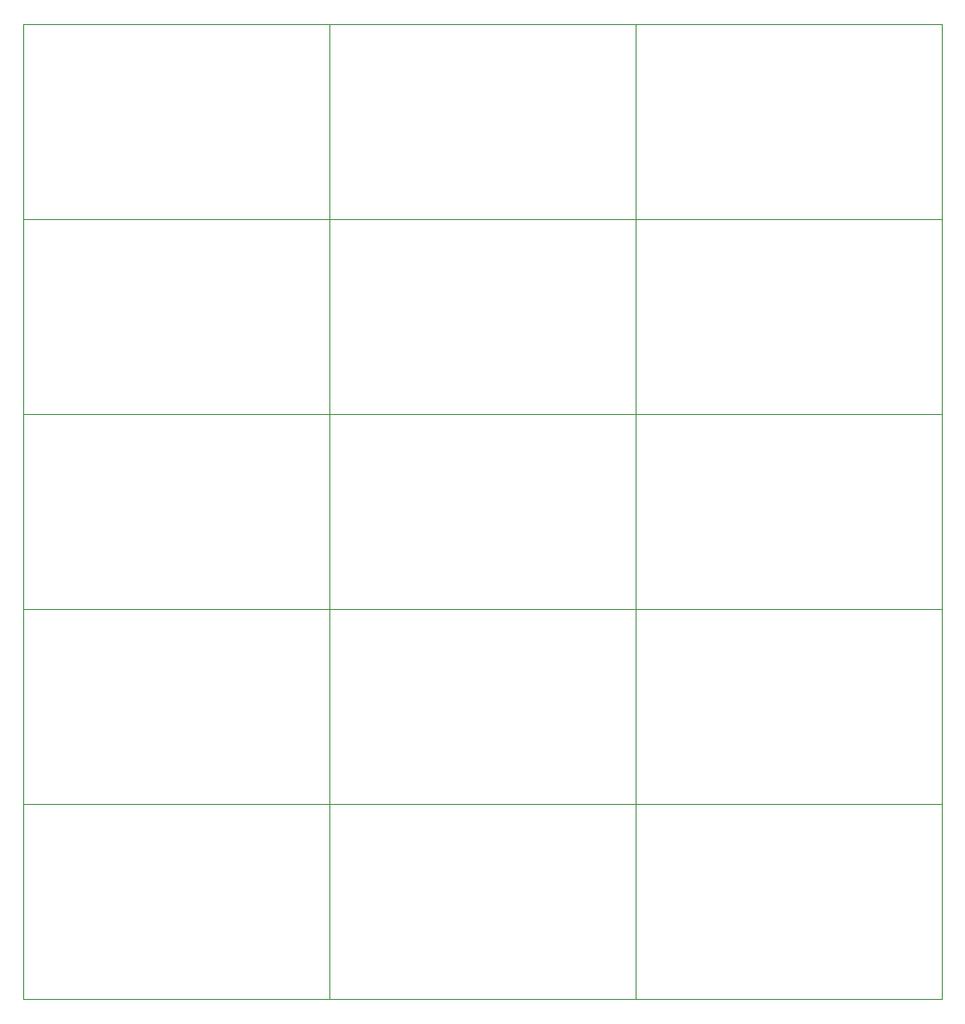
<source format=gbr>
G04 #@! TF.GenerationSoftware,KiCad,Pcbnew,5.1.5-52549c5~86~ubuntu18.04.1*
G04 #@! TF.CreationDate,2020-09-25T18:23:52-05:00*
G04 #@! TF.ProjectId,,58585858-5858-4585-9858-585858585858,rev?*
G04 #@! TF.SameCoordinates,Original*
G04 #@! TF.FileFunction,Profile,NP*
%FSLAX46Y46*%
G04 Gerber Fmt 4.6, Leading zero omitted, Abs format (unit mm)*
G04 Created by KiCad (PCBNEW 5.1.5-52549c5~86~ubuntu18.04.1) date 2020-09-25 18:23:52*
%MOMM*%
%LPD*%
G04 APERTURE LIST*
%ADD10C,0.050000*%
G04 APERTURE END LIST*
D10*
X176260800Y-141234200D02*
X176260800Y-159014200D01*
X148320800Y-141234200D02*
X148320800Y-159014200D01*
X120380800Y-141234200D02*
X120380800Y-159014200D01*
X176260800Y-123454200D02*
X176260800Y-141234200D01*
X148320800Y-123454200D02*
X148320800Y-141234200D01*
X120380800Y-123454200D02*
X120380800Y-141234200D01*
X176260800Y-105674200D02*
X176260800Y-123454200D01*
X148320800Y-105674200D02*
X148320800Y-123454200D01*
X120380800Y-105674200D02*
X120380800Y-123454200D01*
X176260800Y-87894200D02*
X176260800Y-105674200D01*
X148320800Y-87894200D02*
X148320800Y-105674200D01*
X120380800Y-87894200D02*
X120380800Y-105674200D01*
X176260800Y-70114200D02*
X176260800Y-87894200D01*
X148320800Y-70114200D02*
X148320800Y-87894200D01*
X148320800Y-141234200D02*
X176260800Y-141234200D01*
X120380800Y-141234200D02*
X148320800Y-141234200D01*
X92440800Y-141234200D02*
X120380800Y-141234200D01*
X148320800Y-123454200D02*
X176260800Y-123454200D01*
X120380800Y-123454200D02*
X148320800Y-123454200D01*
X92440800Y-123454200D02*
X120380800Y-123454200D01*
X148320800Y-105674200D02*
X176260800Y-105674200D01*
X120380800Y-105674200D02*
X148320800Y-105674200D01*
X92440800Y-105674200D02*
X120380800Y-105674200D01*
X148320800Y-87894200D02*
X176260800Y-87894200D01*
X120380800Y-87894200D02*
X148320800Y-87894200D01*
X92440800Y-87894200D02*
X120380800Y-87894200D01*
X148320800Y-70114200D02*
X176260800Y-70114200D01*
X120380800Y-70114200D02*
X148320800Y-70114200D01*
X148320800Y-159014200D02*
X176260800Y-159014200D01*
X120380800Y-159014200D02*
X148320800Y-159014200D01*
X92440800Y-159014200D02*
X120380800Y-159014200D01*
X148320800Y-141234200D02*
X176260800Y-141234200D01*
X120380800Y-141234200D02*
X148320800Y-141234200D01*
X92440800Y-141234200D02*
X120380800Y-141234200D01*
X148320800Y-123454200D02*
X176260800Y-123454200D01*
X120380800Y-123454200D02*
X148320800Y-123454200D01*
X92440800Y-123454200D02*
X120380800Y-123454200D01*
X148320800Y-105674200D02*
X176260800Y-105674200D01*
X120380800Y-105674200D02*
X148320800Y-105674200D01*
X92440800Y-105674200D02*
X120380800Y-105674200D01*
X148320800Y-87894200D02*
X176260800Y-87894200D01*
X120380800Y-87894200D02*
X148320800Y-87894200D01*
X148320800Y-141234200D02*
X148320800Y-159014200D01*
X120380800Y-141234200D02*
X120380800Y-159014200D01*
X92440800Y-141234200D02*
X92440800Y-159014200D01*
X148320800Y-123454200D02*
X148320800Y-141234200D01*
X120380800Y-123454200D02*
X120380800Y-141234200D01*
X92440800Y-123454200D02*
X92440800Y-141234200D01*
X148320800Y-105674200D02*
X148320800Y-123454200D01*
X120380800Y-105674200D02*
X120380800Y-123454200D01*
X92440800Y-105674200D02*
X92440800Y-123454200D01*
X148320800Y-87894200D02*
X148320800Y-105674200D01*
X120380800Y-87894200D02*
X120380800Y-105674200D01*
X92440800Y-87894200D02*
X92440800Y-105674200D01*
X148320800Y-70114200D02*
X148320800Y-87894200D01*
X120380800Y-70114200D02*
X120380800Y-87894200D01*
X120380800Y-70114200D02*
X120380800Y-87894200D01*
X92440800Y-87894200D02*
X120380800Y-87894200D01*
X92440800Y-70114200D02*
X120380800Y-70114200D01*
X92440800Y-70114200D02*
X92440800Y-87894200D01*
M02*

</source>
